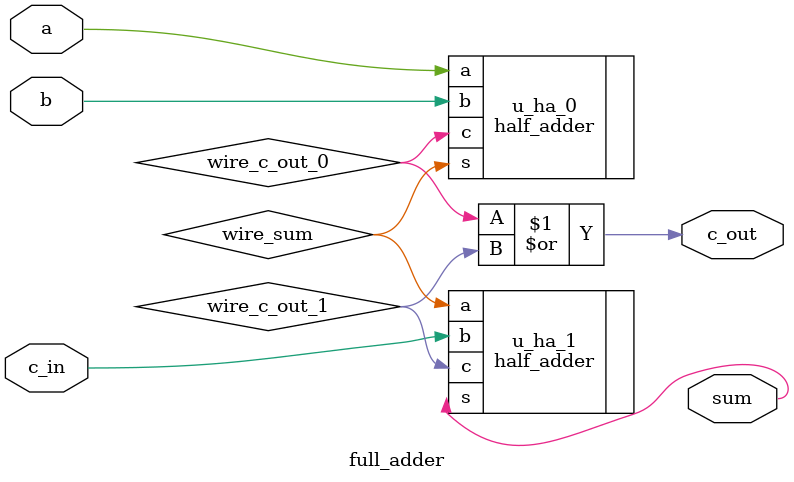
<source format=v>
module full_adder(
    a,
    b,
    sum,
    c_in,
    c_out
);

input a;
input b;
input c_in;

output sum;
output c_out;

wire wire_sum;
wire wire_c_out_0;
wire wire_c_out_1;

assign c_out = wire_c_out_0 | wire_c_out_1;

half_adder u_ha_0(
    .a(a),
    .b(b),
    .s(wire_sum),
    .c(wire_c_out_0)
);

half_adder u_ha_1(
    .a(wire_sum),
    .b(c_in),
    .s(sum),
    .c(wire_c_out_1)
);


endmodule
</source>
